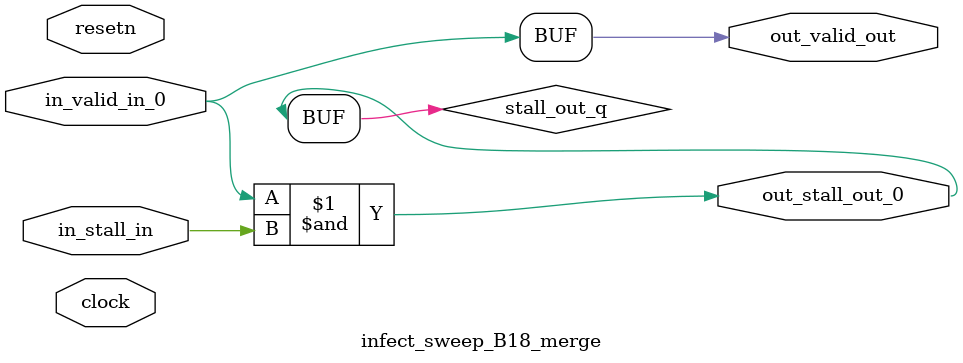
<source format=sv>



(* altera_attribute = "-name AUTO_SHIFT_REGISTER_RECOGNITION OFF; -name MESSAGE_DISABLE 10036; -name MESSAGE_DISABLE 10037; -name MESSAGE_DISABLE 14130; -name MESSAGE_DISABLE 14320; -name MESSAGE_DISABLE 15400; -name MESSAGE_DISABLE 14130; -name MESSAGE_DISABLE 10036; -name MESSAGE_DISABLE 12020; -name MESSAGE_DISABLE 12030; -name MESSAGE_DISABLE 12010; -name MESSAGE_DISABLE 12110; -name MESSAGE_DISABLE 14320; -name MESSAGE_DISABLE 13410; -name MESSAGE_DISABLE 113007; -name MESSAGE_DISABLE 10958" *)
module infect_sweep_B18_merge (
    input wire [0:0] in_stall_in,
    input wire [0:0] in_valid_in_0,
    output wire [0:0] out_stall_out_0,
    output wire [0:0] out_valid_out,
    input wire clock,
    input wire resetn
    );

    wire [0:0] stall_out_q;


    // stall_out(LOGICAL,6)
    assign stall_out_q = in_valid_in_0 & in_stall_in;

    // out_stall_out_0(GPOUT,4)
    assign out_stall_out_0 = stall_out_q;

    // out_valid_out(GPOUT,5)
    assign out_valid_out = in_valid_in_0;

endmodule

</source>
